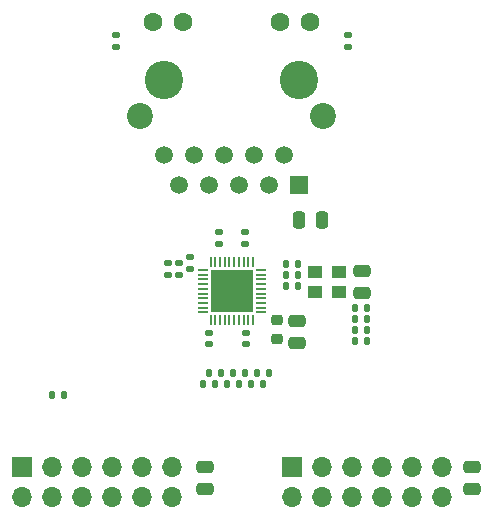
<source format=gts>
G04 #@! TF.GenerationSoftware,KiCad,Pcbnew,8.0.8*
G04 #@! TF.CreationDate,2025-02-24T20:29:00+01:00*
G04 #@! TF.ProjectId,rgmii-pmod,72676d69-692d-4706-9d6f-642e6b696361,rev?*
G04 #@! TF.SameCoordinates,Original*
G04 #@! TF.FileFunction,Soldermask,Top*
G04 #@! TF.FilePolarity,Negative*
%FSLAX46Y46*%
G04 Gerber Fmt 4.6, Leading zero omitted, Abs format (unit mm)*
G04 Created by KiCad (PCBNEW 8.0.8) date 2025-02-24 20:29:00*
%MOMM*%
%LPD*%
G01*
G04 APERTURE LIST*
G04 Aperture macros list*
%AMRoundRect*
0 Rectangle with rounded corners*
0 $1 Rounding radius*
0 $2 $3 $4 $5 $6 $7 $8 $9 X,Y pos of 4 corners*
0 Add a 4 corners polygon primitive as box body*
4,1,4,$2,$3,$4,$5,$6,$7,$8,$9,$2,$3,0*
0 Add four circle primitives for the rounded corners*
1,1,$1+$1,$2,$3*
1,1,$1+$1,$4,$5*
1,1,$1+$1,$6,$7*
1,1,$1+$1,$8,$9*
0 Add four rect primitives between the rounded corners*
20,1,$1+$1,$2,$3,$4,$5,0*
20,1,$1+$1,$4,$5,$6,$7,0*
20,1,$1+$1,$6,$7,$8,$9,0*
20,1,$1+$1,$8,$9,$2,$3,0*%
G04 Aperture macros list end*
%ADD10RoundRect,0.140000X-0.140000X-0.170000X0.140000X-0.170000X0.140000X0.170000X-0.140000X0.170000X0*%
%ADD11RoundRect,0.135000X0.135000X0.185000X-0.135000X0.185000X-0.135000X-0.185000X0.135000X-0.185000X0*%
%ADD12RoundRect,0.250000X-0.250000X-0.475000X0.250000X-0.475000X0.250000X0.475000X-0.250000X0.475000X0*%
%ADD13RoundRect,0.250000X-0.475000X0.250000X-0.475000X-0.250000X0.475000X-0.250000X0.475000X0.250000X0*%
%ADD14RoundRect,0.140000X-0.170000X0.140000X-0.170000X-0.140000X0.170000X-0.140000X0.170000X0.140000X0*%
%ADD15RoundRect,0.135000X-0.135000X-0.185000X0.135000X-0.185000X0.135000X0.185000X-0.135000X0.185000X0*%
%ADD16RoundRect,0.250000X0.475000X-0.250000X0.475000X0.250000X-0.475000X0.250000X-0.475000X-0.250000X0*%
%ADD17R,1.700000X1.700000*%
%ADD18O,1.700000X1.700000*%
%ADD19RoundRect,0.135000X-0.185000X0.135000X-0.185000X-0.135000X0.185000X-0.135000X0.185000X0.135000X0*%
%ADD20RoundRect,0.140000X0.170000X-0.140000X0.170000X0.140000X-0.170000X0.140000X-0.170000X-0.140000X0*%
%ADD21R,1.300000X1.100000*%
%ADD22C,3.250000*%
%ADD23R,1.500000X1.500000*%
%ADD24C,1.500000*%
%ADD25C,1.600000*%
%ADD26C,2.200000*%
%ADD27RoundRect,0.218750X-0.256250X0.218750X-0.256250X-0.218750X0.256250X-0.218750X0.256250X0.218750X0*%
%ADD28RoundRect,0.062500X-0.062500X0.350000X-0.062500X-0.350000X0.062500X-0.350000X0.062500X0.350000X0*%
%ADD29RoundRect,0.062500X-0.350000X0.062500X-0.350000X-0.062500X0.350000X-0.062500X0.350000X0.062500X0*%
%ADD30R,3.600000X3.600000*%
G04 APERTURE END LIST*
D10*
X154630000Y-103330000D03*
X155590000Y-103330000D03*
D11*
X150640200Y-111630000D03*
X149620200Y-111630000D03*
D12*
X155715000Y-97800000D03*
X157615000Y-97800000D03*
D13*
X147700000Y-118650000D03*
X147700000Y-120550000D03*
D14*
X151200000Y-107330000D03*
X151200000Y-108290000D03*
D15*
X160445000Y-105210000D03*
X161465000Y-105210000D03*
D16*
X161040000Y-103990000D03*
X161040000Y-102090000D03*
D15*
X150130200Y-110690000D03*
X151150200Y-110690000D03*
X152170100Y-110690000D03*
X153190100Y-110690000D03*
D11*
X161465000Y-107090000D03*
X160445000Y-107090000D03*
D17*
X155080000Y-118650000D03*
D18*
X157620000Y-118650000D03*
X160160000Y-118650000D03*
X162700000Y-118650000D03*
X165240000Y-118650000D03*
X167780000Y-118650000D03*
X155080000Y-121190000D03*
X157620000Y-121190000D03*
X160160000Y-121190000D03*
X162700000Y-121190000D03*
X165240000Y-121190000D03*
X167780000Y-121190000D03*
D19*
X140185000Y-82100000D03*
X140185000Y-83120000D03*
D15*
X160445000Y-106150000D03*
X161465000Y-106150000D03*
D20*
X146440000Y-101895000D03*
X146440000Y-100935000D03*
D11*
X135780000Y-112600000D03*
X134760000Y-112600000D03*
D20*
X148882400Y-99770000D03*
X148882400Y-98810000D03*
X151117600Y-99770000D03*
X151117600Y-98810000D03*
D21*
X159110000Y-102215000D03*
X157010000Y-102215000D03*
X157010000Y-103865000D03*
X159110000Y-103865000D03*
D15*
X147580000Y-111630000D03*
X148600000Y-111630000D03*
D20*
X144580000Y-102400000D03*
X144580000Y-101440000D03*
D11*
X161465000Y-108030000D03*
X160445000Y-108030000D03*
D15*
X154620000Y-102400000D03*
X155640000Y-102400000D03*
D16*
X155540000Y-108225000D03*
X155540000Y-106325000D03*
D19*
X145510000Y-101380000D03*
X145510000Y-102400000D03*
D22*
X155715000Y-85900000D03*
X144285000Y-85900000D03*
D23*
X155715000Y-94790000D03*
D24*
X154445000Y-92250000D03*
X153175000Y-94790000D03*
X151905000Y-92250000D03*
X150635000Y-94790000D03*
X149365000Y-92250000D03*
X148095000Y-94790000D03*
X146825000Y-92250000D03*
X145555000Y-94790000D03*
X144285000Y-92250000D03*
D25*
X156630000Y-81000000D03*
X154090000Y-81000000D03*
X145910000Y-81000000D03*
X143370000Y-81000000D03*
D26*
X157745000Y-88950000D03*
X142255000Y-88950000D03*
D19*
X159815000Y-82100000D03*
X159815000Y-83120000D03*
D14*
X148061750Y-107330000D03*
X148061750Y-108290000D03*
D27*
X153830000Y-106262500D03*
X153830000Y-107837500D03*
D11*
X149110200Y-110690000D03*
X148090200Y-110690000D03*
D28*
X151800000Y-101362500D03*
X151400000Y-101362500D03*
X151000000Y-101362500D03*
X150600000Y-101362500D03*
X150200000Y-101362500D03*
X149800000Y-101362500D03*
X149400000Y-101362500D03*
X149000000Y-101362500D03*
X148600000Y-101362500D03*
X148200000Y-101362500D03*
D29*
X147562500Y-102000000D03*
X147562500Y-102400000D03*
X147562500Y-102800000D03*
X147562500Y-103200000D03*
X147562500Y-103600000D03*
X147562500Y-104000000D03*
X147562500Y-104400000D03*
X147562500Y-104800000D03*
X147562500Y-105200000D03*
X147562500Y-105600000D03*
D28*
X148200000Y-106237500D03*
X148600000Y-106237500D03*
X149000000Y-106237500D03*
X149400000Y-106237500D03*
X149800000Y-106237500D03*
X150200000Y-106237500D03*
X150600000Y-106237500D03*
X151000000Y-106237500D03*
X151400000Y-106237500D03*
X151800000Y-106237500D03*
D29*
X152437500Y-105600000D03*
X152437500Y-105200000D03*
X152437500Y-104800000D03*
X152437500Y-104400000D03*
X152437500Y-104000000D03*
X152437500Y-103600000D03*
X152437500Y-103200000D03*
X152437500Y-102800000D03*
X152437500Y-102400000D03*
X152437500Y-102000000D03*
D30*
X150000000Y-103800000D03*
D13*
X170365000Y-118650000D03*
X170365000Y-120550000D03*
D10*
X154630000Y-101470000D03*
X155590000Y-101470000D03*
D15*
X151660100Y-111630000D03*
X152680100Y-111630000D03*
D17*
X132220000Y-118650000D03*
D18*
X134760000Y-118650000D03*
X137300000Y-118650000D03*
X139840000Y-118650000D03*
X142380000Y-118650000D03*
X144920000Y-118650000D03*
X132220000Y-121190000D03*
X134760000Y-121190000D03*
X137300000Y-121190000D03*
X139840000Y-121190000D03*
X142380000Y-121190000D03*
X144920000Y-121190000D03*
M02*

</source>
